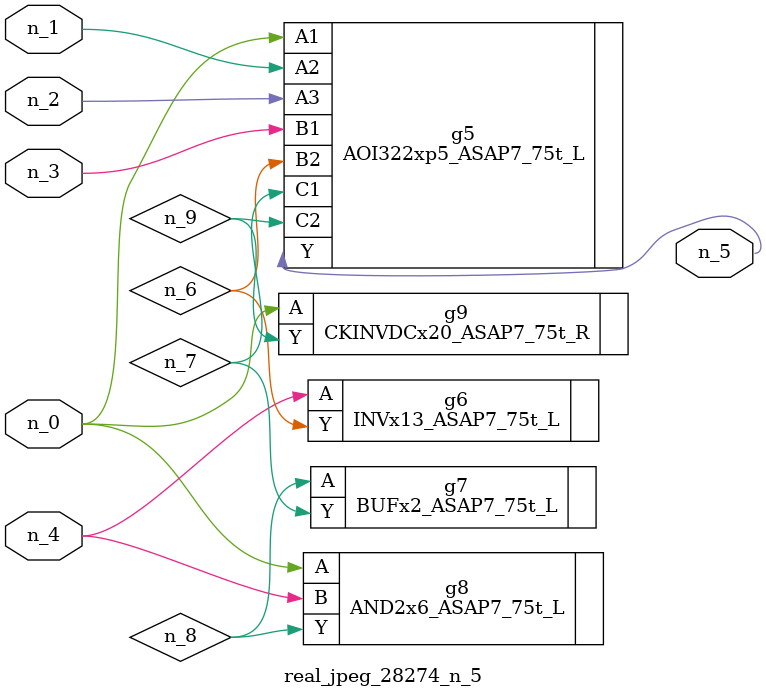
<source format=v>
module real_jpeg_28274_n_5 (n_4, n_0, n_1, n_2, n_3, n_5);

input n_4;
input n_0;
input n_1;
input n_2;
input n_3;

output n_5;

wire n_8;
wire n_6;
wire n_7;
wire n_9;

AOI322xp5_ASAP7_75t_L g5 ( 
.A1(n_0),
.A2(n_1),
.A3(n_2),
.B1(n_3),
.B2(n_6),
.C1(n_7),
.C2(n_9),
.Y(n_5)
);

AND2x6_ASAP7_75t_L g8 ( 
.A(n_0),
.B(n_4),
.Y(n_8)
);

CKINVDCx20_ASAP7_75t_R g9 ( 
.A(n_0),
.Y(n_9)
);

INVx13_ASAP7_75t_L g6 ( 
.A(n_4),
.Y(n_6)
);

BUFx2_ASAP7_75t_L g7 ( 
.A(n_8),
.Y(n_7)
);


endmodule
</source>
